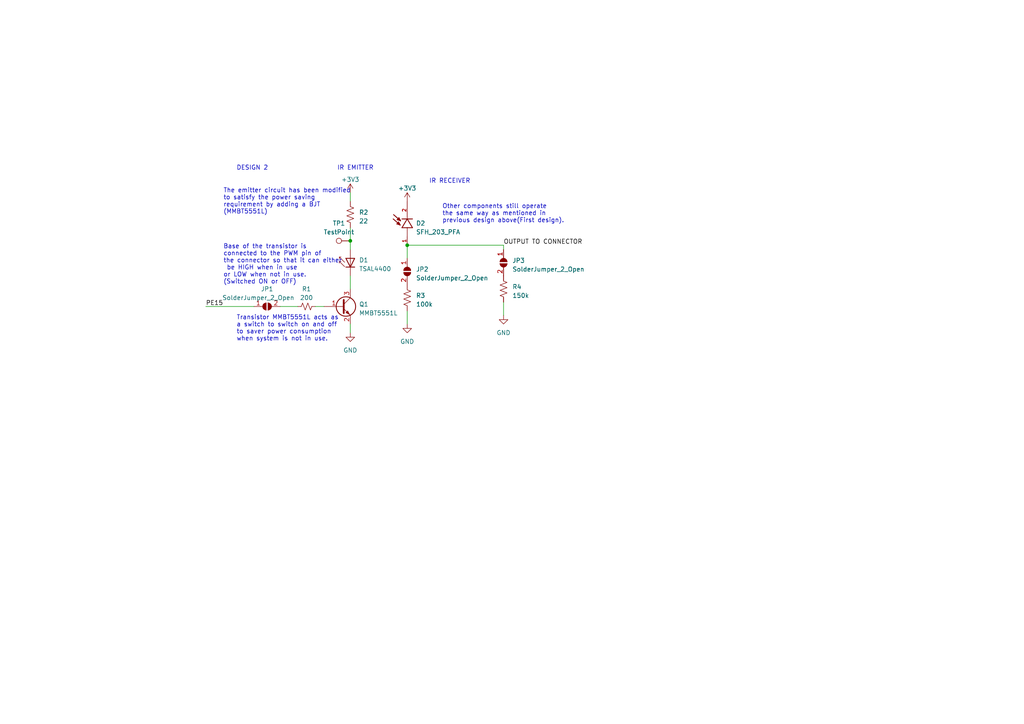
<source format=kicad_sch>
(kicad_sch (version 20230121) (generator eeschema)

  (uuid 910dfafb-d279-4b3d-81d4-5847806cea9d)

  (paper "A4")

  (lib_symbols
    (symbol "Connector:TestPoint" (pin_numbers hide) (pin_names (offset 0.762) hide) (in_bom yes) (on_board yes)
      (property "Reference" "TP" (at 0 6.858 0)
        (effects (font (size 1.27 1.27)))
      )
      (property "Value" "TestPoint" (at 0 5.08 0)
        (effects (font (size 1.27 1.27)))
      )
      (property "Footprint" "" (at 5.08 0 0)
        (effects (font (size 1.27 1.27)) hide)
      )
      (property "Datasheet" "~" (at 5.08 0 0)
        (effects (font (size 1.27 1.27)) hide)
      )
      (property "ki_keywords" "test point tp" (at 0 0 0)
        (effects (font (size 1.27 1.27)) hide)
      )
      (property "ki_description" "test point" (at 0 0 0)
        (effects (font (size 1.27 1.27)) hide)
      )
      (property "ki_fp_filters" "Pin* Test*" (at 0 0 0)
        (effects (font (size 1.27 1.27)) hide)
      )
      (symbol "TestPoint_0_1"
        (circle (center 0 3.302) (radius 0.762)
          (stroke (width 0) (type default))
          (fill (type none))
        )
      )
      (symbol "TestPoint_1_1"
        (pin passive line (at 0 0 90) (length 2.54)
          (name "1" (effects (font (size 1.27 1.27))))
          (number "1" (effects (font (size 1.27 1.27))))
        )
      )
    )
    (symbol "Device:R_Small_US" (pin_numbers hide) (pin_names (offset 0.254) hide) (in_bom yes) (on_board yes)
      (property "Reference" "R" (at 0.762 0.508 0)
        (effects (font (size 1.27 1.27)) (justify left))
      )
      (property "Value" "R_Small_US" (at 0.762 -1.016 0)
        (effects (font (size 1.27 1.27)) (justify left))
      )
      (property "Footprint" "" (at 0 0 0)
        (effects (font (size 1.27 1.27)) hide)
      )
      (property "Datasheet" "~" (at 0 0 0)
        (effects (font (size 1.27 1.27)) hide)
      )
      (property "ki_keywords" "r resistor" (at 0 0 0)
        (effects (font (size 1.27 1.27)) hide)
      )
      (property "ki_description" "Resistor, small US symbol" (at 0 0 0)
        (effects (font (size 1.27 1.27)) hide)
      )
      (property "ki_fp_filters" "R_*" (at 0 0 0)
        (effects (font (size 1.27 1.27)) hide)
      )
      (symbol "R_Small_US_1_1"
        (polyline
          (pts
            (xy 0 0)
            (xy 1.016 -0.381)
            (xy 0 -0.762)
            (xy -1.016 -1.143)
            (xy 0 -1.524)
          )
          (stroke (width 0) (type default))
          (fill (type none))
        )
        (polyline
          (pts
            (xy 0 1.524)
            (xy 1.016 1.143)
            (xy 0 0.762)
            (xy -1.016 0.381)
            (xy 0 0)
          )
          (stroke (width 0) (type default))
          (fill (type none))
        )
        (pin passive line (at 0 2.54 270) (length 1.016)
          (name "~" (effects (font (size 1.27 1.27))))
          (number "1" (effects (font (size 1.27 1.27))))
        )
        (pin passive line (at 0 -2.54 90) (length 1.016)
          (name "~" (effects (font (size 1.27 1.27))))
          (number "2" (effects (font (size 1.27 1.27))))
        )
      )
    )
    (symbol "Device:R_US" (pin_numbers hide) (pin_names (offset 0)) (in_bom yes) (on_board yes)
      (property "Reference" "R" (at 2.54 0 90)
        (effects (font (size 1.27 1.27)))
      )
      (property "Value" "R_US" (at -2.54 0 90)
        (effects (font (size 1.27 1.27)))
      )
      (property "Footprint" "" (at 1.016 -0.254 90)
        (effects (font (size 1.27 1.27)) hide)
      )
      (property "Datasheet" "~" (at 0 0 0)
        (effects (font (size 1.27 1.27)) hide)
      )
      (property "ki_keywords" "R res resistor" (at 0 0 0)
        (effects (font (size 1.27 1.27)) hide)
      )
      (property "ki_description" "Resistor, US symbol" (at 0 0 0)
        (effects (font (size 1.27 1.27)) hide)
      )
      (property "ki_fp_filters" "R_*" (at 0 0 0)
        (effects (font (size 1.27 1.27)) hide)
      )
      (symbol "R_US_0_1"
        (polyline
          (pts
            (xy 0 -2.286)
            (xy 0 -2.54)
          )
          (stroke (width 0) (type default))
          (fill (type none))
        )
        (polyline
          (pts
            (xy 0 2.286)
            (xy 0 2.54)
          )
          (stroke (width 0) (type default))
          (fill (type none))
        )
        (polyline
          (pts
            (xy 0 -0.762)
            (xy 1.016 -1.143)
            (xy 0 -1.524)
            (xy -1.016 -1.905)
            (xy 0 -2.286)
          )
          (stroke (width 0) (type default))
          (fill (type none))
        )
        (polyline
          (pts
            (xy 0 0.762)
            (xy 1.016 0.381)
            (xy 0 0)
            (xy -1.016 -0.381)
            (xy 0 -0.762)
          )
          (stroke (width 0) (type default))
          (fill (type none))
        )
        (polyline
          (pts
            (xy 0 2.286)
            (xy 1.016 1.905)
            (xy 0 1.524)
            (xy -1.016 1.143)
            (xy 0 0.762)
          )
          (stroke (width 0) (type default))
          (fill (type none))
        )
      )
      (symbol "R_US_1_1"
        (pin passive line (at 0 3.81 270) (length 1.27)
          (name "~" (effects (font (size 1.27 1.27))))
          (number "1" (effects (font (size 1.27 1.27))))
        )
        (pin passive line (at 0 -3.81 90) (length 1.27)
          (name "~" (effects (font (size 1.27 1.27))))
          (number "2" (effects (font (size 1.27 1.27))))
        )
      )
    )
    (symbol "Jumper:SolderJumper_2_Open" (pin_names (offset 0) hide) (in_bom yes) (on_board yes)
      (property "Reference" "JP" (at 0 2.032 0)
        (effects (font (size 1.27 1.27)))
      )
      (property "Value" "SolderJumper_2_Open" (at 0 -2.54 0)
        (effects (font (size 1.27 1.27)))
      )
      (property "Footprint" "" (at 0 0 0)
        (effects (font (size 1.27 1.27)) hide)
      )
      (property "Datasheet" "~" (at 0 0 0)
        (effects (font (size 1.27 1.27)) hide)
      )
      (property "ki_keywords" "solder jumper SPST" (at 0 0 0)
        (effects (font (size 1.27 1.27)) hide)
      )
      (property "ki_description" "Solder Jumper, 2-pole, open" (at 0 0 0)
        (effects (font (size 1.27 1.27)) hide)
      )
      (property "ki_fp_filters" "SolderJumper*Open*" (at 0 0 0)
        (effects (font (size 1.27 1.27)) hide)
      )
      (symbol "SolderJumper_2_Open_0_1"
        (arc (start -0.254 1.016) (mid -1.2656 0) (end -0.254 -1.016)
          (stroke (width 0) (type default))
          (fill (type none))
        )
        (arc (start -0.254 1.016) (mid -1.2656 0) (end -0.254 -1.016)
          (stroke (width 0) (type default))
          (fill (type outline))
        )
        (polyline
          (pts
            (xy -0.254 1.016)
            (xy -0.254 -1.016)
          )
          (stroke (width 0) (type default))
          (fill (type none))
        )
        (polyline
          (pts
            (xy 0.254 1.016)
            (xy 0.254 -1.016)
          )
          (stroke (width 0) (type default))
          (fill (type none))
        )
        (arc (start 0.254 -1.016) (mid 1.2656 0) (end 0.254 1.016)
          (stroke (width 0) (type default))
          (fill (type none))
        )
        (arc (start 0.254 -1.016) (mid 1.2656 0) (end 0.254 1.016)
          (stroke (width 0) (type default))
          (fill (type outline))
        )
      )
      (symbol "SolderJumper_2_Open_1_1"
        (pin passive line (at -3.81 0 0) (length 2.54)
          (name "A" (effects (font (size 1.27 1.27))))
          (number "1" (effects (font (size 1.27 1.27))))
        )
        (pin passive line (at 3.81 0 180) (length 2.54)
          (name "B" (effects (font (size 1.27 1.27))))
          (number "2" (effects (font (size 1.27 1.27))))
        )
      )
    )
    (symbol "LED:TSAL4400" (pin_numbers hide) (pin_names (offset 1.016) hide) (in_bom yes) (on_board yes)
      (property "Reference" "D" (at 0.508 1.778 0)
        (effects (font (size 1.27 1.27)) (justify left))
      )
      (property "Value" "TSAL4400" (at -1.016 -2.794 0)
        (effects (font (size 1.27 1.27)))
      )
      (property "Footprint" "LED_THT:LED_D3.0mm_IRBlack" (at 0 4.445 0)
        (effects (font (size 1.27 1.27)) hide)
      )
      (property "Datasheet" "http://www.vishay.com/docs/81006/tsal4400.pdf" (at -1.27 0 0)
        (effects (font (size 1.27 1.27)) hide)
      )
      (property "ki_keywords" "opto IR LED" (at 0 0 0)
        (effects (font (size 1.27 1.27)) hide)
      )
      (property "ki_description" "Infrared LED , 3mm LED package" (at 0 0 0)
        (effects (font (size 1.27 1.27)) hide)
      )
      (property "ki_fp_filters" "LED*3.0mm*IRBlack*" (at 0 0 0)
        (effects (font (size 1.27 1.27)) hide)
      )
      (symbol "TSAL4400_0_1"
        (polyline
          (pts
            (xy -2.54 1.27)
            (xy -2.54 -1.27)
          )
          (stroke (width 0.254) (type default))
          (fill (type none))
        )
        (polyline
          (pts
            (xy 0 0)
            (xy -2.54 0)
          )
          (stroke (width 0) (type default))
          (fill (type none))
        )
        (polyline
          (pts
            (xy 0.381 3.175)
            (xy -0.127 3.175)
          )
          (stroke (width 0) (type default))
          (fill (type none))
        )
        (polyline
          (pts
            (xy -1.143 1.651)
            (xy 0.381 3.175)
            (xy 0.381 2.667)
          )
          (stroke (width 0) (type default))
          (fill (type none))
        )
        (polyline
          (pts
            (xy 0 1.27)
            (xy -2.54 0)
            (xy 0 -1.27)
            (xy 0 1.27)
          )
          (stroke (width 0.254) (type default))
          (fill (type none))
        )
        (polyline
          (pts
            (xy -2.413 1.651)
            (xy -0.889 3.175)
            (xy -0.889 2.667)
            (xy -0.889 3.175)
            (xy -1.397 3.175)
          )
          (stroke (width 0) (type default))
          (fill (type none))
        )
      )
      (symbol "TSAL4400_1_1"
        (pin passive line (at -5.08 0 0) (length 2.54)
          (name "K" (effects (font (size 1.27 1.27))))
          (number "1" (effects (font (size 1.27 1.27))))
        )
        (pin passive line (at 2.54 0 180) (length 2.54)
          (name "A" (effects (font (size 1.27 1.27))))
          (number "2" (effects (font (size 1.27 1.27))))
        )
      )
    )
    (symbol "SFH_203_PFA:SFH_203_PFA" (pin_names (offset 1.016)) (in_bom yes) (on_board yes)
      (property "Reference" "D" (at -3.0988 4.4958 0)
        (effects (font (size 1.27 1.27)) (justify left bottom))
      )
      (property "Value" "SFH_203_PFA" (at -3.556 -3.302 0)
        (effects (font (size 1.27 1.27)) (justify left bottom))
      )
      (property "Footprint" "SFH_203_PFA:XDCR_SFH_203_PFA" (at 0 0 0)
        (effects (font (size 1.27 1.27)) (justify bottom) hide)
      )
      (property "Datasheet" "" (at 0 0 0)
        (effects (font (size 1.27 1.27)) hide)
      )
      (property "MF" "OSRAM Opto" (at 0 0 0)
        (effects (font (size 1.27 1.27)) (justify bottom) hide)
      )
      (property "Description" "\nPhotodiode 850nm 5ns 150° Radial\n" (at 0 0 0)
        (effects (font (size 1.27 1.27)) (justify bottom) hide)
      )
      (property "Package" "Radial Osram Opto" (at 0 0 0)
        (effects (font (size 1.27 1.27)) (justify bottom) hide)
      )
      (property "Price" "None" (at 0 0 0)
        (effects (font (size 1.27 1.27)) (justify bottom) hide)
      )
      (property "Check_prices" "https://www.snapeda.com/parts/SFH%20203%20PFA/OSRAM+Opto+Semiconductors+Inc./view-part/?ref=eda" (at 0 0 0)
        (effects (font (size 1.27 1.27)) (justify bottom) hide)
      )
      (property "STANDARD" "Manufacturer Recommendations" (at 0 0 0)
        (effects (font (size 1.27 1.27)) (justify bottom) hide)
      )
      (property "PARTREV" "1.3" (at 0 0 0)
        (effects (font (size 1.27 1.27)) (justify bottom) hide)
      )
      (property "SnapEDA_Link" "https://www.snapeda.com/parts/SFH%20203%20PFA/OSRAM+Opto+Semiconductors+Inc./view-part/?ref=snap" (at 0 0 0)
        (effects (font (size 1.27 1.27)) (justify bottom) hide)
      )
      (property "MP" "SFH 203 PFA" (at 0 0 0)
        (effects (font (size 1.27 1.27)) (justify bottom) hide)
      )
      (property "Availability" "In Stock" (at 0 0 0)
        (effects (font (size 1.27 1.27)) (justify bottom) hide)
      )
      (property "MANUFACTURER" "OSRAM" (at 0 0 0)
        (effects (font (size 1.27 1.27)) (justify bottom) hide)
      )
      (symbol "SFH_203_PFA_0_0"
        (polyline
          (pts
            (xy -2.54 -1.524)
            (xy 0 0)
          )
          (stroke (width 0.254) (type default))
          (fill (type none))
        )
        (polyline
          (pts
            (xy -2.54 0)
            (xy -5.08 0)
          )
          (stroke (width 0.1524) (type default))
          (fill (type none))
        )
        (polyline
          (pts
            (xy -2.54 0)
            (xy -2.54 -1.524)
          )
          (stroke (width 0.254) (type default))
          (fill (type none))
        )
        (polyline
          (pts
            (xy -2.54 1.524)
            (xy -2.54 0)
          )
          (stroke (width 0.254) (type default))
          (fill (type none))
        )
        (polyline
          (pts
            (xy -1.778 2.032)
            (xy -1.4478 2.9972)
          )
          (stroke (width 0.254) (type default))
          (fill (type none))
        )
        (polyline
          (pts
            (xy -1.778 2.032)
            (xy 0 4.064)
          )
          (stroke (width 0.254) (type default))
          (fill (type none))
        )
        (polyline
          (pts
            (xy -1.4732 2.2606)
            (xy -1.3462 2.2606)
          )
          (stroke (width 0.254) (type default))
          (fill (type none))
        )
        (polyline
          (pts
            (xy -1.4478 2.9972)
            (xy -1.4732 2.2606)
          )
          (stroke (width 0.254) (type default))
          (fill (type none))
        )
        (polyline
          (pts
            (xy -1.4478 2.9972)
            (xy -0.889 2.5146)
          )
          (stroke (width 0.254) (type default))
          (fill (type none))
        )
        (polyline
          (pts
            (xy -1.0668 2.5908)
            (xy -1.2954 2.4384)
          )
          (stroke (width 0.254) (type default))
          (fill (type none))
        )
        (polyline
          (pts
            (xy -0.889 2.5146)
            (xy -1.778 2.032)
          )
          (stroke (width 0.254) (type default))
          (fill (type none))
        )
        (polyline
          (pts
            (xy -0.5334 1.9304)
            (xy -0.2032 2.8956)
          )
          (stroke (width 0.254) (type default))
          (fill (type none))
        )
        (polyline
          (pts
            (xy -0.5334 1.9304)
            (xy 1.2446 3.9624)
          )
          (stroke (width 0.254) (type default))
          (fill (type none))
        )
        (polyline
          (pts
            (xy -0.2286 2.159)
            (xy -0.1016 2.159)
          )
          (stroke (width 0.254) (type default))
          (fill (type none))
        )
        (polyline
          (pts
            (xy -0.2032 2.8956)
            (xy -0.2286 2.159)
          )
          (stroke (width 0.254) (type default))
          (fill (type none))
        )
        (polyline
          (pts
            (xy -0.2032 2.8956)
            (xy 0.3556 2.413)
          )
          (stroke (width 0.254) (type default))
          (fill (type none))
        )
        (polyline
          (pts
            (xy 0 0)
            (xy -2.54 1.524)
          )
          (stroke (width 0.254) (type default))
          (fill (type none))
        )
        (polyline
          (pts
            (xy 0 1.524)
            (xy 0 -1.524)
          )
          (stroke (width 0.254) (type default))
          (fill (type none))
        )
        (polyline
          (pts
            (xy 0.1778 2.4892)
            (xy -0.0508 2.3368)
          )
          (stroke (width 0.254) (type default))
          (fill (type none))
        )
        (polyline
          (pts
            (xy 0.3556 2.413)
            (xy -0.5334 1.9304)
          )
          (stroke (width 0.254) (type default))
          (fill (type none))
        )
        (pin passive line (at -7.62 0 0) (length 2.54)
          (name "~" (effects (font (size 1.016 1.016))))
          (number "1" (effects (font (size 1.016 1.016))))
        )
        (pin passive line (at 5.08 0 180) (length 5.08)
          (name "~" (effects (font (size 1.016 1.016))))
          (number "2" (effects (font (size 1.016 1.016))))
        )
      )
    )
    (symbol "Transistor_BJT:MMBT5551L" (pin_names (offset 0) hide) (in_bom yes) (on_board yes)
      (property "Reference" "Q" (at 5.08 1.905 0)
        (effects (font (size 1.27 1.27)) (justify left))
      )
      (property "Value" "MMBT5551L" (at 5.08 0 0)
        (effects (font (size 1.27 1.27)) (justify left))
      )
      (property "Footprint" "Package_TO_SOT_SMD:SOT-23" (at 5.08 -1.905 0)
        (effects (font (size 1.27 1.27) italic) (justify left) hide)
      )
      (property "Datasheet" "www.onsemi.com/pub/Collateral/MMBT5550LT1-D.PDF" (at 0 0 0)
        (effects (font (size 1.27 1.27)) (justify left) hide)
      )
      (property "ki_keywords" "NPN Transistor" (at 0 0 0)
        (effects (font (size 1.27 1.27)) hide)
      )
      (property "ki_description" "0.6A Ic, 160V Vce, NPN Transistor, SOT-23" (at 0 0 0)
        (effects (font (size 1.27 1.27)) hide)
      )
      (property "ki_fp_filters" "SOT?23*" (at 0 0 0)
        (effects (font (size 1.27 1.27)) hide)
      )
      (symbol "MMBT5551L_0_1"
        (polyline
          (pts
            (xy 0.635 0.635)
            (xy 2.54 2.54)
          )
          (stroke (width 0) (type default))
          (fill (type none))
        )
        (polyline
          (pts
            (xy 0.635 -0.635)
            (xy 2.54 -2.54)
            (xy 2.54 -2.54)
          )
          (stroke (width 0) (type default))
          (fill (type none))
        )
        (polyline
          (pts
            (xy 0.635 1.905)
            (xy 0.635 -1.905)
            (xy 0.635 -1.905)
          )
          (stroke (width 0.508) (type default))
          (fill (type none))
        )
        (polyline
          (pts
            (xy 1.27 -1.778)
            (xy 1.778 -1.27)
            (xy 2.286 -2.286)
            (xy 1.27 -1.778)
            (xy 1.27 -1.778)
          )
          (stroke (width 0) (type default))
          (fill (type outline))
        )
        (circle (center 1.27 0) (radius 2.8194)
          (stroke (width 0.254) (type default))
          (fill (type none))
        )
      )
      (symbol "MMBT5551L_1_1"
        (pin input line (at -5.08 0 0) (length 5.715)
          (name "B" (effects (font (size 1.27 1.27))))
          (number "1" (effects (font (size 1.27 1.27))))
        )
        (pin passive line (at 2.54 -5.08 90) (length 2.54)
          (name "E" (effects (font (size 1.27 1.27))))
          (number "2" (effects (font (size 1.27 1.27))))
        )
        (pin passive line (at 2.54 5.08 270) (length 2.54)
          (name "C" (effects (font (size 1.27 1.27))))
          (number "3" (effects (font (size 1.27 1.27))))
        )
      )
    )
    (symbol "power:+3V3" (power) (pin_names (offset 0)) (in_bom yes) (on_board yes)
      (property "Reference" "#PWR" (at 0 -3.81 0)
        (effects (font (size 1.27 1.27)) hide)
      )
      (property "Value" "+3V3" (at 0 3.556 0)
        (effects (font (size 1.27 1.27)))
      )
      (property "Footprint" "" (at 0 0 0)
        (effects (font (size 1.27 1.27)) hide)
      )
      (property "Datasheet" "" (at 0 0 0)
        (effects (font (size 1.27 1.27)) hide)
      )
      (property "ki_keywords" "global power" (at 0 0 0)
        (effects (font (size 1.27 1.27)) hide)
      )
      (property "ki_description" "Power symbol creates a global label with name \"+3V3\"" (at 0 0 0)
        (effects (font (size 1.27 1.27)) hide)
      )
      (symbol "+3V3_0_1"
        (polyline
          (pts
            (xy -0.762 1.27)
            (xy 0 2.54)
          )
          (stroke (width 0) (type default))
          (fill (type none))
        )
        (polyline
          (pts
            (xy 0 0)
            (xy 0 2.54)
          )
          (stroke (width 0) (type default))
          (fill (type none))
        )
        (polyline
          (pts
            (xy 0 2.54)
            (xy 0.762 1.27)
          )
          (stroke (width 0) (type default))
          (fill (type none))
        )
      )
      (symbol "+3V3_1_1"
        (pin power_in line (at 0 0 90) (length 0) hide
          (name "+3V3" (effects (font (size 1.27 1.27))))
          (number "1" (effects (font (size 1.27 1.27))))
        )
      )
    )
    (symbol "power:GND" (power) (pin_names (offset 0)) (in_bom yes) (on_board yes)
      (property "Reference" "#PWR" (at 0 -6.35 0)
        (effects (font (size 1.27 1.27)) hide)
      )
      (property "Value" "GND" (at 0 -3.81 0)
        (effects (font (size 1.27 1.27)))
      )
      (property "Footprint" "" (at 0 0 0)
        (effects (font (size 1.27 1.27)) hide)
      )
      (property "Datasheet" "" (at 0 0 0)
        (effects (font (size 1.27 1.27)) hide)
      )
      (property "ki_keywords" "global power" (at 0 0 0)
        (effects (font (size 1.27 1.27)) hide)
      )
      (property "ki_description" "Power symbol creates a global label with name \"GND\" , ground" (at 0 0 0)
        (effects (font (size 1.27 1.27)) hide)
      )
      (symbol "GND_0_1"
        (polyline
          (pts
            (xy 0 0)
            (xy 0 -1.27)
            (xy 1.27 -1.27)
            (xy 0 -2.54)
            (xy -1.27 -1.27)
            (xy 0 -1.27)
          )
          (stroke (width 0) (type default))
          (fill (type none))
        )
      )
      (symbol "GND_1_1"
        (pin power_in line (at 0 0 270) (length 0) hide
          (name "GND" (effects (font (size 1.27 1.27))))
          (number "1" (effects (font (size 1.27 1.27))))
        )
      )
    )
  )

  (junction (at 101.6 69.85) (diameter 0) (color 0 0 0 0)
    (uuid 18bbf814-f19b-4d5c-ba1a-e7b513627255)
  )
  (junction (at 118.11 71.12) (diameter 0) (color 0 0 0 0)
    (uuid d88dd429-bfcc-497f-9740-551e72ae6385)
  )

  (wire (pts (xy 118.11 90.17) (xy 118.11 93.98))
    (stroke (width 0) (type default))
    (uuid 0d475411-4f22-4f25-864d-b00d717c3b56)
  )
  (wire (pts (xy 118.11 71.12) (xy 146.05 71.12))
    (stroke (width 0) (type default))
    (uuid 2846beb4-3a9d-41c9-b6f7-e816bb84d76f)
  )
  (wire (pts (xy 146.05 71.12) (xy 146.05 72.39))
    (stroke (width 0) (type default))
    (uuid 32fb92ff-b46a-4b34-a2c4-649849d51c51)
  )
  (wire (pts (xy 101.6 93.98) (xy 101.6 96.52))
    (stroke (width 0) (type default))
    (uuid 3f3cab8e-42f0-4983-b48f-33d211ba1cff)
  )
  (wire (pts (xy 91.44 88.9) (xy 93.98 88.9))
    (stroke (width 0) (type default))
    (uuid 62ade1a8-ed0c-4981-8936-180b7214d614)
  )
  (wire (pts (xy 101.6 80.01) (xy 101.6 83.82))
    (stroke (width 0) (type default))
    (uuid 6f292c77-34ff-40dd-8c47-416eb5eb43c1)
  )
  (wire (pts (xy 59.69 88.9) (xy 73.66 88.9))
    (stroke (width 0) (type default))
    (uuid 8d61ceff-fb43-4515-9fd4-2c610c09c45a)
  )
  (wire (pts (xy 81.28 88.9) (xy 86.36 88.9))
    (stroke (width 0) (type default))
    (uuid 8fa951ff-df6a-4a0d-976a-5d9f16faa505)
  )
  (wire (pts (xy 118.11 71.12) (xy 118.11 74.93))
    (stroke (width 0) (type default))
    (uuid 998d735b-7b8b-4a02-9355-383cf5509498)
  )
  (wire (pts (xy 146.05 87.63) (xy 146.05 91.44))
    (stroke (width 0) (type default))
    (uuid a313e6c1-8e38-4ba6-9a96-5b134e5830d1)
  )
  (wire (pts (xy 101.6 66.04) (xy 101.6 69.85))
    (stroke (width 0) (type default))
    (uuid a633f684-5c13-434b-abd7-7e5d8a038705)
  )
  (wire (pts (xy 101.6 55.88) (xy 101.6 58.42))
    (stroke (width 0) (type default))
    (uuid b038552b-f00d-45bb-a12c-704dd9107b4a)
  )
  (wire (pts (xy 101.6 69.85) (xy 101.6 72.39))
    (stroke (width 0) (type default))
    (uuid cbf49f18-5572-4286-95dd-12482f05cf5c)
  )

  (text "Other components still operate \nthe same way as mentioned in\nprevious design above(First design)."
    (at 128.27 64.77 0)
    (effects (font (size 1.27 1.27)) (justify left bottom))
    (uuid 122f10a5-0ee6-4c3a-8f3e-edd6a2c8efd2)
  )
  (text "IR RECEIVER" (at 124.46 53.34 0)
    (effects (font (size 1.27 1.27)) (justify left bottom))
    (uuid 13d9452b-8839-445d-91e4-814a85da3379)
  )
  (text "The emitter circuit has been modified\nto satisfy the power saving \nrequirement by adding a BJT\n(MMBT5551L)"
    (at 64.77 62.23 0)
    (effects (font (size 1.27 1.27)) (justify left bottom))
    (uuid 1409d99e-367b-483f-ab12-66e5cf0dbbaa)
  )
  (text "IR EMITTER " (at 97.79 49.53 0)
    (effects (font (size 1.27 1.27)) (justify left bottom))
    (uuid 24f41794-cb9a-480b-9362-a96fef8ea2e4)
  )
  (text "Transistor MMBT5551L acts as\na switch to switch on and off\nto saver power consumption\nwhen system is not in use.\n"
    (at 68.58 99.06 0)
    (effects (font (size 1.27 1.27)) (justify left bottom))
    (uuid 27aef2e9-2a72-426a-9acf-db4d6b4798bf)
  )
  (text "Base of the transistor is\nconnected to the PWM pin of\nthe connector so that it can either\n be HIGH when in use\nor LOW when not in use.\n(Switched ON or OFF) "
    (at 64.77 82.55 0)
    (effects (font (size 1.27 1.27)) (justify left bottom))
    (uuid 7d5ce723-1cf9-436e-9076-d63dfc0d3b34)
  )
  (text "DESIGN 2" (at 68.58 49.53 0)
    (effects (font (size 1.27 1.27)) (justify left bottom))
    (uuid c9950de3-2ee1-409c-bd73-be5b1ceb29dd)
  )

  (label "OUTPUT TO CONNECTOR" (at 146.05 71.12 0) (fields_autoplaced)
    (effects (font (size 1.27 1.27)) (justify left bottom))
    (uuid 8275b6b4-f113-4c32-8e99-d507a04cfb1f)
  )
  (label "PE15" (at 59.69 88.9 0) (fields_autoplaced)
    (effects (font (size 1.27 1.27)) (justify left bottom))
    (uuid d9161a57-20f3-4194-a9f1-aecfcab8c9a6)
  )

  (symbol (lib_id "Device:R_US") (at 118.11 86.36 0) (unit 1)
    (in_bom yes) (on_board yes) (dnp no) (fields_autoplaced)
    (uuid 09c75d9e-0821-43e3-963e-f88d0d783d68)
    (property "Reference" "R7" (at 120.65 85.725 0)
      (effects (font (size 1.27 1.27)) (justify left))
    )
    (property "Value" "100k" (at 120.65 88.265 0)
      (effects (font (size 1.27 1.27)) (justify left))
    )
    (property "Footprint" "Resistor_SMD:R_0805_2012Metric" (at 119.126 86.614 90)
      (effects (font (size 1.27 1.27)) hide)
    )
    (property "Datasheet" "~" (at 118.11 86.36 0)
      (effects (font (size 1.27 1.27)) hide)
    )
    (pin "1" (uuid e64a47a9-b415-4e1c-8401-8e3396a3f295))
    (pin "2" (uuid eae8798b-a449-4720-baf4-ad2c42e67f89))
    (instances
      (project "Sensing Subsystem"
        (path "/6e3b68fa-2b7b-4515-b2f2-755a8cd3d47f"
          (reference "R7") (unit 1)
        )
      )
      (project "SCHEMATIC"
        (path "/70a61259-2474-4344-879f-6ced8cfd7e8f"
          (reference "R17") (unit 1)
        )
      )
      (project "SECOND DESIGN"
        (path "/910dfafb-d279-4b3d-81d4-5847806cea9d"
          (reference "R3") (unit 1)
        )
      )
    )
  )

  (symbol (lib_id "power:GND") (at 118.11 93.98 0) (unit 1)
    (in_bom yes) (on_board yes) (dnp no) (fields_autoplaced)
    (uuid 11c92866-d607-42dd-b5c7-5d1651659ca1)
    (property "Reference" "#PWR036" (at 118.11 100.33 0)
      (effects (font (size 1.27 1.27)) hide)
    )
    (property "Value" "GND" (at 118.11 99.06 0)
      (effects (font (size 1.27 1.27)))
    )
    (property "Footprint" "" (at 118.11 93.98 0)
      (effects (font (size 1.27 1.27)) hide)
    )
    (property "Datasheet" "" (at 118.11 93.98 0)
      (effects (font (size 1.27 1.27)) hide)
    )
    (pin "1" (uuid 2e68de9f-4b37-4624-b024-af7b0cbb3480))
    (instances
      (project "Sensing Subsystem"
        (path "/6e3b68fa-2b7b-4515-b2f2-755a8cd3d47f"
          (reference "#PWR036") (unit 1)
        )
      )
      (project "SCHEMATIC"
        (path "/70a61259-2474-4344-879f-6ced8cfd7e8f"
          (reference "#PWR044") (unit 1)
        )
      )
      (project "SECOND DESIGN"
        (path "/910dfafb-d279-4b3d-81d4-5847806cea9d"
          (reference "#PWR05") (unit 1)
        )
      )
    )
  )

  (symbol (lib_id "Jumper:SolderJumper_2_Open") (at 77.47 88.9 0) (unit 1)
    (in_bom yes) (on_board yes) (dnp no)
    (uuid 1cc3305f-874e-4fc5-b499-0afa2a53c61a)
    (property "Reference" "JP20" (at 77.47 83.82 0)
      (effects (font (size 1.27 1.27)))
    )
    (property "Value" "SolderJumper_2_Open" (at 74.93 86.36 0)
      (effects (font (size 1.27 1.27)))
    )
    (property "Footprint" "Jumper:SolderJumper-2_P1.3mm_Open_RoundedPad1.0x1.5mm" (at 77.47 88.9 0)
      (effects (font (size 1.27 1.27)) hide)
    )
    (property "Datasheet" "~" (at 77.47 88.9 0)
      (effects (font (size 1.27 1.27)) hide)
    )
    (pin "1" (uuid 8bbedc37-5349-4e9e-8972-70b10fa0917f))
    (pin "2" (uuid 37cefe98-ea0b-453a-bffe-6f6d81b62021))
    (instances
      (project "Sensing Subsystem"
        (path "/6e3b68fa-2b7b-4515-b2f2-755a8cd3d47f"
          (reference "JP20") (unit 1)
        )
      )
      (project "SCHEMATIC"
        (path "/70a61259-2474-4344-879f-6ced8cfd7e8f"
          (reference "JP1") (unit 1)
        )
      )
      (project "SECOND DESIGN"
        (path "/910dfafb-d279-4b3d-81d4-5847806cea9d"
          (reference "JP1") (unit 1)
        )
      )
    )
  )

  (symbol (lib_id "Jumper:SolderJumper_2_Open") (at 146.05 76.2 270) (unit 1)
    (in_bom yes) (on_board yes) (dnp no) (fields_autoplaced)
    (uuid 1ccdd2e2-454d-4247-8f68-d017532ce5e1)
    (property "Reference" "JP10" (at 148.59 75.565 90)
      (effects (font (size 1.27 1.27)) (justify left))
    )
    (property "Value" "SolderJumper_2_Open" (at 148.59 78.105 90)
      (effects (font (size 1.27 1.27)) (justify left))
    )
    (property "Footprint" "Jumper:SolderJumper-2_P1.3mm_Open_RoundedPad1.0x1.5mm" (at 146.05 76.2 0)
      (effects (font (size 1.27 1.27)) hide)
    )
    (property "Datasheet" "~" (at 146.05 76.2 0)
      (effects (font (size 1.27 1.27)) hide)
    )
    (pin "1" (uuid a4c87727-7742-4cdc-ae6d-d45e326ac3c5))
    (pin "2" (uuid 9089a21d-d044-488a-9079-d918f16fa6a9))
    (instances
      (project "Sensing Subsystem"
        (path "/6e3b68fa-2b7b-4515-b2f2-755a8cd3d47f"
          (reference "JP10") (unit 1)
        )
      )
      (project "SCHEMATIC"
        (path "/70a61259-2474-4344-879f-6ced8cfd7e8f"
          (reference "JP3") (unit 1)
        )
      )
      (project "SECOND DESIGN"
        (path "/910dfafb-d279-4b3d-81d4-5847806cea9d"
          (reference "JP3") (unit 1)
        )
      )
    )
  )

  (symbol (lib_id "power:+3V3") (at 118.11 58.42 0) (unit 1)
    (in_bom yes) (on_board yes) (dnp no) (fields_autoplaced)
    (uuid 335e5c06-853e-46dc-a360-5b937a822bd6)
    (property "Reference" "#PWR035" (at 118.11 62.23 0)
      (effects (font (size 1.27 1.27)) hide)
    )
    (property "Value" "+3V3" (at 118.11 54.61 0)
      (effects (font (size 1.27 1.27)))
    )
    (property "Footprint" "" (at 118.11 58.42 0)
      (effects (font (size 1.27 1.27)) hide)
    )
    (property "Datasheet" "" (at 118.11 58.42 0)
      (effects (font (size 1.27 1.27)) hide)
    )
    (pin "1" (uuid acdcc6a4-7c34-4d39-ae81-d990f91737ae))
    (instances
      (project "Sensing Subsystem"
        (path "/6e3b68fa-2b7b-4515-b2f2-755a8cd3d47f"
          (reference "#PWR035") (unit 1)
        )
      )
      (project "SCHEMATIC"
        (path "/70a61259-2474-4344-879f-6ced8cfd7e8f"
          (reference "#PWR043") (unit 1)
        )
      )
      (project "SECOND DESIGN"
        (path "/910dfafb-d279-4b3d-81d4-5847806cea9d"
          (reference "#PWR04") (unit 1)
        )
      )
    )
  )

  (symbol (lib_id "power:+3V3") (at 101.6 55.88 0) (unit 1)
    (in_bom yes) (on_board yes) (dnp no) (fields_autoplaced)
    (uuid 38b169b8-54c9-4c22-a372-21a4302fb689)
    (property "Reference" "#PWR011" (at 101.6 59.69 0)
      (effects (font (size 1.27 1.27)) hide)
    )
    (property "Value" "+3V3" (at 101.6 52.07 0)
      (effects (font (size 1.27 1.27)))
    )
    (property "Footprint" "" (at 101.6 55.88 0)
      (effects (font (size 1.27 1.27)) hide)
    )
    (property "Datasheet" "" (at 101.6 55.88 0)
      (effects (font (size 1.27 1.27)) hide)
    )
    (pin "1" (uuid 0b10ef82-484e-4b36-be68-7f25571d2f1d))
    (instances
      (project "Sensing Subsystem"
        (path "/6e3b68fa-2b7b-4515-b2f2-755a8cd3d47f"
          (reference "#PWR011") (unit 1)
        )
      )
      (project "SCHEMATIC"
        (path "/70a61259-2474-4344-879f-6ced8cfd7e8f"
          (reference "#PWR041") (unit 1)
        )
      )
      (project "SECOND DESIGN"
        (path "/910dfafb-d279-4b3d-81d4-5847806cea9d"
          (reference "#PWR02") (unit 1)
        )
      )
    )
  )

  (symbol (lib_id "Transistor_BJT:MMBT5551L") (at 99.06 88.9 0) (unit 1)
    (in_bom yes) (on_board yes) (dnp no) (fields_autoplaced)
    (uuid 3b485a1c-9588-4b0b-a1a2-d8c3f0773906)
    (property "Reference" "Q1" (at 104.14 88.265 0)
      (effects (font (size 1.27 1.27)) (justify left))
    )
    (property "Value" "MMBT5551L" (at 104.14 90.805 0)
      (effects (font (size 1.27 1.27)) (justify left))
    )
    (property "Footprint" "Package_TO_SOT_SMD:SOT-23" (at 104.14 90.805 0)
      (effects (font (size 1.27 1.27) italic) (justify left) hide)
    )
    (property "Datasheet" "www.onsemi.com/pub/Collateral/MMBT5550LT1-D.PDF" (at 99.06 88.9 0)
      (effects (font (size 1.27 1.27)) (justify left) hide)
    )
    (pin "1" (uuid 72f371a1-3021-4611-b561-8521f685e3ec))
    (pin "2" (uuid d11b011a-97b7-4a95-af07-d2eb633d3a85))
    (pin "3" (uuid 487c6e55-c1aa-4831-8396-fd55fed9adfe))
    (instances
      (project "Sensing Subsystem"
        (path "/6e3b68fa-2b7b-4515-b2f2-755a8cd3d47f"
          (reference "Q1") (unit 1)
        )
      )
      (project "SCHEMATIC"
        (path "/70a61259-2474-4344-879f-6ced8cfd7e8f"
          (reference "Q1") (unit 1)
        )
      )
      (project "SECOND DESIGN"
        (path "/910dfafb-d279-4b3d-81d4-5847806cea9d"
          (reference "Q1") (unit 1)
        )
      )
    )
  )

  (symbol (lib_id "Device:R_US") (at 101.6 62.23 0) (unit 1)
    (in_bom yes) (on_board yes) (dnp no) (fields_autoplaced)
    (uuid 742a6f6c-3314-4fb4-81a2-f69920ec0c6f)
    (property "Reference" "R6" (at 104.14 61.595 0)
      (effects (font (size 1.27 1.27)) (justify left))
    )
    (property "Value" "22" (at 104.14 64.135 0)
      (effects (font (size 1.27 1.27)) (justify left))
    )
    (property "Footprint" "Resistor_SMD:R_0805_2012Metric" (at 102.616 62.484 90)
      (effects (font (size 1.27 1.27)) hide)
    )
    (property "Datasheet" "~" (at 101.6 62.23 0)
      (effects (font (size 1.27 1.27)) hide)
    )
    (pin "1" (uuid 303344af-1d9f-41b2-8bab-3c21b7d29a51))
    (pin "2" (uuid e60cdeae-5f61-44e1-b4d6-1c95397e9b44))
    (instances
      (project "Sensing Subsystem"
        (path "/6e3b68fa-2b7b-4515-b2f2-755a8cd3d47f"
          (reference "R6") (unit 1)
        )
      )
      (project "SCHEMATIC"
        (path "/70a61259-2474-4344-879f-6ced8cfd7e8f"
          (reference "R16") (unit 1)
        )
      )
      (project "SECOND DESIGN"
        (path "/910dfafb-d279-4b3d-81d4-5847806cea9d"
          (reference "R2") (unit 1)
        )
      )
    )
  )

  (symbol (lib_id "Jumper:SolderJumper_2_Open") (at 118.11 78.74 270) (unit 1)
    (in_bom yes) (on_board yes) (dnp no) (fields_autoplaced)
    (uuid 8741e047-63bd-47fb-9dc6-823cdb1b608c)
    (property "Reference" "JP9" (at 120.65 78.105 90)
      (effects (font (size 1.27 1.27)) (justify left))
    )
    (property "Value" "SolderJumper_2_Open" (at 120.65 80.645 90)
      (effects (font (size 1.27 1.27)) (justify left))
    )
    (property "Footprint" "Jumper:SolderJumper-2_P1.3mm_Open_RoundedPad1.0x1.5mm" (at 118.11 78.74 0)
      (effects (font (size 1.27 1.27)) hide)
    )
    (property "Datasheet" "~" (at 118.11 78.74 0)
      (effects (font (size 1.27 1.27)) hide)
    )
    (pin "1" (uuid 2f9d2d66-7e1c-4506-8435-4e070b82778d))
    (pin "2" (uuid 8beb6be0-9ae2-467f-a314-0536e095f64c))
    (instances
      (project "Sensing Subsystem"
        (path "/6e3b68fa-2b7b-4515-b2f2-755a8cd3d47f"
          (reference "JP9") (unit 1)
        )
      )
      (project "SCHEMATIC"
        (path "/70a61259-2474-4344-879f-6ced8cfd7e8f"
          (reference "JP2") (unit 1)
        )
      )
      (project "SECOND DESIGN"
        (path "/910dfafb-d279-4b3d-81d4-5847806cea9d"
          (reference "JP2") (unit 1)
        )
      )
    )
  )

  (symbol (lib_id "SFH_203_PFA:SFH_203_PFA") (at 118.11 63.5 90) (unit 1)
    (in_bom yes) (on_board yes) (dnp no) (fields_autoplaced)
    (uuid 878a9286-a167-4355-8eea-00534c30a6c5)
    (property "Reference" "D4" (at 120.65 64.7573 90)
      (effects (font (size 1.27 1.27)) (justify right))
    )
    (property "Value" "SFH_203_PFA" (at 120.65 67.2973 90)
      (effects (font (size 1.27 1.27)) (justify right))
    )
    (property "Footprint" "SFH203PFA:XDCR_SFH_203_PFA" (at 118.11 63.5 0)
      (effects (font (size 1.27 1.27)) (justify bottom) hide)
    )
    (property "Datasheet" "" (at 118.11 63.5 0)
      (effects (font (size 1.27 1.27)) hide)
    )
    (property "MF" "OSRAM Opto" (at 118.11 63.5 0)
      (effects (font (size 1.27 1.27)) (justify bottom) hide)
    )
    (property "Description" "\nPhotodiode 850nm 5ns 150° Radial\n" (at 118.11 63.5 0)
      (effects (font (size 1.27 1.27)) (justify bottom) hide)
    )
    (property "Package" "Radial Osram Opto" (at 118.11 63.5 0)
      (effects (font (size 1.27 1.27)) (justify bottom) hide)
    )
    (property "Price" "None" (at 118.11 63.5 0)
      (effects (font (size 1.27 1.27)) (justify bottom) hide)
    )
    (property "Check_prices" "https://www.snapeda.com/parts/SFH%20203%20PFA/OSRAM+Opto+Semiconductors+Inc./view-part/?ref=eda" (at 118.11 63.5 0)
      (effects (font (size 1.27 1.27)) (justify bottom) hide)
    )
    (property "STANDARD" "Manufacturer Recommendations" (at 118.11 63.5 0)
      (effects (font (size 1.27 1.27)) (justify bottom) hide)
    )
    (property "PARTREV" "1.3" (at 118.11 63.5 0)
      (effects (font (size 1.27 1.27)) (justify bottom) hide)
    )
    (property "SnapEDA_Link" "https://www.snapeda.com/parts/SFH%20203%20PFA/OSRAM+Opto+Semiconductors+Inc./view-part/?ref=snap" (at 118.11 63.5 0)
      (effects (font (size 1.27 1.27)) (justify bottom) hide)
    )
    (property "MP" "SFH 203 PFA" (at 118.11 63.5 0)
      (effects (font (size 1.27 1.27)) (justify bottom) hide)
    )
    (property "Availability" "In Stock" (at 118.11 63.5 0)
      (effects (font (size 1.27 1.27)) (justify bottom) hide)
    )
    (property "MANUFACTURER" "OSRAM" (at 118.11 63.5 0)
      (effects (font (size 1.27 1.27)) (justify bottom) hide)
    )
    (pin "1" (uuid d5c35c6b-5e1d-4a13-90cc-a49c7cf03098))
    (pin "2" (uuid 1d3e625f-4f52-4212-a26c-b35418f6aea7))
    (instances
      (project "Sensing Subsystem"
        (path "/6e3b68fa-2b7b-4515-b2f2-755a8cd3d47f"
          (reference "D4") (unit 1)
        )
      )
      (project "SCHEMATIC"
        (path "/70a61259-2474-4344-879f-6ced8cfd7e8f"
          (reference "D10") (unit 1)
        )
      )
      (project "SECOND DESIGN"
        (path "/910dfafb-d279-4b3d-81d4-5847806cea9d"
          (reference "D2") (unit 1)
        )
      )
    )
  )

  (symbol (lib_id "Device:R_Small_US") (at 88.9 88.9 90) (unit 1)
    (in_bom yes) (on_board yes) (dnp no) (fields_autoplaced)
    (uuid 9b1f2fc8-1e08-49ba-ace8-8aed8acfb2fb)
    (property "Reference" "R11" (at 88.9 83.82 90)
      (effects (font (size 1.27 1.27)))
    )
    (property "Value" "200" (at 88.9 86.36 90)
      (effects (font (size 1.27 1.27)))
    )
    (property "Footprint" "Resistor_SMD:R_0805_2012Metric" (at 88.9 88.9 0)
      (effects (font (size 1.27 1.27)) hide)
    )
    (property "Datasheet" "~" (at 88.9 88.9 0)
      (effects (font (size 1.27 1.27)) hide)
    )
    (pin "1" (uuid f55b0de1-d01a-4c20-949f-26a28e5bcc98))
    (pin "2" (uuid 2493fe93-c6ad-4580-8ec3-b4accf9b5c0f))
    (instances
      (project "Sensing Subsystem"
        (path "/6e3b68fa-2b7b-4515-b2f2-755a8cd3d47f"
          (reference "R11") (unit 1)
        )
      )
      (project "SCHEMATIC"
        (path "/70a61259-2474-4344-879f-6ced8cfd7e8f"
          (reference "R1") (unit 1)
        )
      )
      (project "SECOND DESIGN"
        (path "/910dfafb-d279-4b3d-81d4-5847806cea9d"
          (reference "R1") (unit 1)
        )
      )
    )
  )

  (symbol (lib_id "power:GND") (at 101.6 96.52 0) (unit 1)
    (in_bom yes) (on_board yes) (dnp no) (fields_autoplaced)
    (uuid b74bfdbd-f87b-46c0-9368-f25fd1eec026)
    (property "Reference" "#PWR012" (at 101.6 102.87 0)
      (effects (font (size 1.27 1.27)) hide)
    )
    (property "Value" "GND" (at 101.6 101.6 0)
      (effects (font (size 1.27 1.27)))
    )
    (property "Footprint" "" (at 101.6 96.52 0)
      (effects (font (size 1.27 1.27)) hide)
    )
    (property "Datasheet" "" (at 101.6 96.52 0)
      (effects (font (size 1.27 1.27)) hide)
    )
    (pin "1" (uuid 93b7a243-9d8d-4336-9194-129d58ebc2e2))
    (instances
      (project "Sensing Subsystem"
        (path "/6e3b68fa-2b7b-4515-b2f2-755a8cd3d47f"
          (reference "#PWR012") (unit 1)
        )
      )
      (project "SCHEMATIC"
        (path "/70a61259-2474-4344-879f-6ced8cfd7e8f"
          (reference "#PWR03") (unit 1)
        )
      )
      (project "SECOND DESIGN"
        (path "/910dfafb-d279-4b3d-81d4-5847806cea9d"
          (reference "#PWR03") (unit 1)
        )
      )
    )
  )

  (symbol (lib_id "Device:R_US") (at 146.05 83.82 0) (unit 1)
    (in_bom yes) (on_board yes) (dnp no) (fields_autoplaced)
    (uuid b906c476-267b-4d6d-bb79-3770e17d5c2c)
    (property "Reference" "R5" (at 148.59 83.185 0)
      (effects (font (size 1.27 1.27)) (justify left))
    )
    (property "Value" "150k" (at 148.59 85.725 0)
      (effects (font (size 1.27 1.27)) (justify left))
    )
    (property "Footprint" "Resistor_SMD:R_0805_2012Metric" (at 147.066 84.074 90)
      (effects (font (size 1.27 1.27)) hide)
    )
    (property "Datasheet" "~" (at 146.05 83.82 0)
      (effects (font (size 1.27 1.27)) hide)
    )
    (pin "1" (uuid 442f8071-5ca2-4df8-a276-a664d730979d))
    (pin "2" (uuid 1df61a29-166a-4927-bcc2-7b608a42ef62))
    (instances
      (project "Sensing Subsystem"
        (path "/6e3b68fa-2b7b-4515-b2f2-755a8cd3d47f"
          (reference "R5") (unit 1)
        )
      )
      (project "SCHEMATIC"
        (path "/70a61259-2474-4344-879f-6ced8cfd7e8f"
          (reference "R18") (unit 1)
        )
      )
      (project "SECOND DESIGN"
        (path "/910dfafb-d279-4b3d-81d4-5847806cea9d"
          (reference "R4") (unit 1)
        )
      )
    )
  )

  (symbol (lib_id "LED:TSAL4400") (at 101.6 74.93 90) (unit 1)
    (in_bom yes) (on_board yes) (dnp no) (fields_autoplaced)
    (uuid dcb352aa-659c-4950-9338-0868361f64e3)
    (property "Reference" "D8" (at 104.14 75.438 90)
      (effects (font (size 1.27 1.27)) (justify right))
    )
    (property "Value" "TSAL4400" (at 104.14 77.978 90)
      (effects (font (size 1.27 1.27)) (justify right))
    )
    (property "Footprint" "LED_THT:LED_D5.0mm_Horizontal_O1.27mm_Z3.0mm_IRBlack" (at 97.155 74.93 0)
      (effects (font (size 1.27 1.27)) hide)
    )
    (property "Datasheet" "http://www.vishay.com/docs/81006/tsal4400.pdf" (at 101.6 76.2 0)
      (effects (font (size 1.27 1.27)) hide)
    )
    (pin "1" (uuid 5e46b4a2-539c-403b-a973-b893a393195a))
    (pin "2" (uuid b9bfdd7d-c969-4caa-b9c3-1a4aa098f62d))
    (instances
      (project "Sensing Subsystem"
        (path "/6e3b68fa-2b7b-4515-b2f2-755a8cd3d47f"
          (reference "D8") (unit 1)
        )
      )
      (project "SCHEMATIC"
        (path "/70a61259-2474-4344-879f-6ced8cfd7e8f"
          (reference "D9") (unit 1)
        )
      )
      (project "SECOND DESIGN"
        (path "/910dfafb-d279-4b3d-81d4-5847806cea9d"
          (reference "D1") (unit 1)
        )
      )
    )
  )

  (symbol (lib_id "power:GND") (at 146.05 91.44 0) (unit 1)
    (in_bom yes) (on_board yes) (dnp no) (fields_autoplaced)
    (uuid f9e87882-fbb0-41dc-8168-90b4dafbc7fe)
    (property "Reference" "#PWR08" (at 146.05 97.79 0)
      (effects (font (size 1.27 1.27)) hide)
    )
    (property "Value" "GND" (at 146.05 96.52 0)
      (effects (font (size 1.27 1.27)))
    )
    (property "Footprint" "" (at 146.05 91.44 0)
      (effects (font (size 1.27 1.27)) hide)
    )
    (property "Datasheet" "" (at 146.05 91.44 0)
      (effects (font (size 1.27 1.27)) hide)
    )
    (pin "1" (uuid 691d88a0-da21-442e-947f-8c776ed3f1c6))
    (instances
      (project "Sensing Subsystem"
        (path "/6e3b68fa-2b7b-4515-b2f2-755a8cd3d47f"
          (reference "#PWR08") (unit 1)
        )
      )
      (project "SCHEMATIC"
        (path "/70a61259-2474-4344-879f-6ced8cfd7e8f"
          (reference "#PWR045") (unit 1)
        )
      )
      (project "SECOND DESIGN"
        (path "/910dfafb-d279-4b3d-81d4-5847806cea9d"
          (reference "#PWR06") (unit 1)
        )
      )
    )
  )

  (symbol (lib_id "Connector:TestPoint") (at 101.6 69.85 90) (unit 1)
    (in_bom yes) (on_board yes) (dnp no) (fields_autoplaced)
    (uuid fb545b77-7444-404b-8b97-7814e7ea7a15)
    (property "Reference" "TP4" (at 98.298 64.77 90)
      (effects (font (size 1.27 1.27)))
    )
    (property "Value" "TestPoint" (at 98.298 67.31 90)
      (effects (font (size 1.27 1.27)))
    )
    (property "Footprint" "TestPoint:TestPoint_Pad_D1.0mm" (at 101.6 64.77 0)
      (effects (font (size 1.27 1.27)) hide)
    )
    (property "Datasheet" "~" (at 101.6 64.77 0)
      (effects (font (size 1.27 1.27)) hide)
    )
    (pin "1" (uuid 40e4ac01-694a-4243-a72f-fb351b75cd44))
    (instances
      (project "Sensing Subsystem"
        (path "/6e3b68fa-2b7b-4515-b2f2-755a8cd3d47f"
          (reference "TP4") (unit 1)
        )
      )
      (project "SCHEMATIC"
        (path "/70a61259-2474-4344-879f-6ced8cfd7e8f"
          (reference "TP2") (unit 1)
        )
      )
      (project "SECOND DESIGN"
        (path "/910dfafb-d279-4b3d-81d4-5847806cea9d"
          (reference "TP1") (unit 1)
        )
      )
    )
  )

  (sheet_instances
    (path "/" (page "1"))
  )
)

</source>
